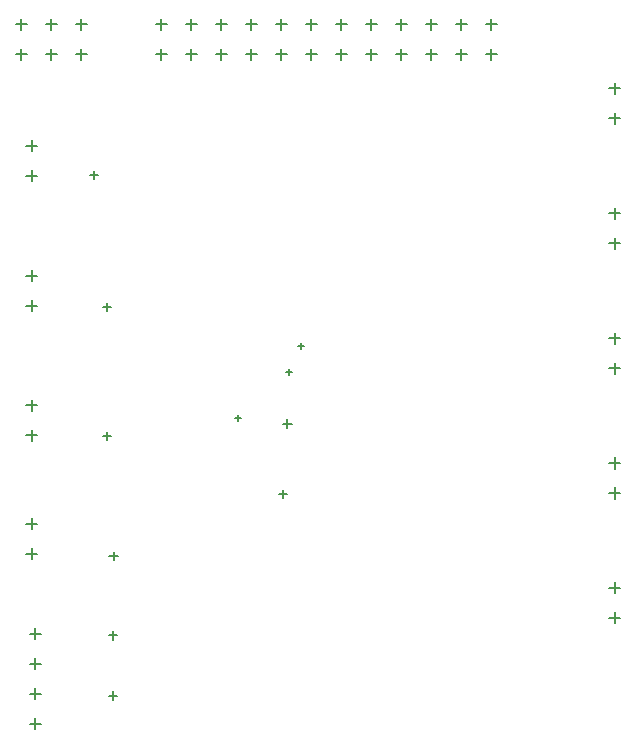
<source format=gbr>
G04 Layer_Color=128*
%FSLAX26Y26*%
%MOIN*%
%TF.FileFunction,Drillmap*%
%TF.Part,Single*%
G01*
G75*
%TA.AperFunction,NonConductor*%
%ADD64C,0.005000*%
D64*
X105315Y2501575D02*
X140748D01*
X123032Y2483858D02*
Y2519291D01*
X205315Y2501575D02*
X240748D01*
X223032Y2483858D02*
Y2519291D01*
X305315Y2501575D02*
X340748D01*
X323032Y2483858D02*
Y2519291D01*
X305315Y2401575D02*
X340748D01*
X323032Y2383858D02*
Y2419291D01*
X205315Y2401575D02*
X240748D01*
X223032Y2383858D02*
Y2419291D01*
X105315Y2401575D02*
X140748D01*
X123032Y2383858D02*
Y2419291D01*
X1571850Y2401575D02*
X1609252D01*
X1590551Y2382874D02*
Y2420276D01*
X1571850Y2501575D02*
X1609252D01*
X1590551Y2482874D02*
Y2520276D01*
X1471850Y2501575D02*
X1509252D01*
X1490551Y2482874D02*
Y2520276D01*
X1371850Y2501575D02*
X1409252D01*
X1390551Y2482874D02*
Y2520276D01*
X1271850Y2501575D02*
X1309252D01*
X1290551Y2482874D02*
Y2520276D01*
X1171850Y2501575D02*
X1209252D01*
X1190551Y2482874D02*
Y2520276D01*
X1071850Y2501575D02*
X1109252D01*
X1090551Y2482874D02*
Y2520276D01*
X971850Y2501575D02*
X1009252D01*
X990551Y2482874D02*
Y2520276D01*
X871850Y2501575D02*
X909252D01*
X890551Y2482874D02*
Y2520276D01*
X771850Y2501575D02*
X809252D01*
X790551Y2482874D02*
Y2520276D01*
X671850Y2501575D02*
X709252D01*
X690551Y2482874D02*
Y2520276D01*
X571850Y2501575D02*
X609252D01*
X590551Y2482874D02*
Y2520276D01*
X1471850Y2401575D02*
X1509252D01*
X1490551Y2382874D02*
Y2420276D01*
X1371850Y2401575D02*
X1409252D01*
X1390551Y2382874D02*
Y2420276D01*
X1271850Y2401575D02*
X1309252D01*
X1290551Y2382874D02*
Y2420276D01*
X1171850Y2401575D02*
X1209252D01*
X1190551Y2382874D02*
Y2420276D01*
X1071850Y2401575D02*
X1109252D01*
X1090551Y2382874D02*
Y2420276D01*
X971850Y2401575D02*
X1009252D01*
X990551Y2382874D02*
Y2420276D01*
X871850Y2401575D02*
X909252D01*
X890551Y2382874D02*
Y2420276D01*
X771850Y2401575D02*
X809252D01*
X790551Y2382874D02*
Y2420276D01*
X671850Y2401575D02*
X709252D01*
X690551Y2382874D02*
Y2420276D01*
X571850Y2401575D02*
X609252D01*
X590551Y2382874D02*
Y2420276D01*
X1671850Y2501575D02*
X1709252D01*
X1690551Y2482874D02*
Y2520276D01*
X1671850Y2401575D02*
X1709252D01*
X1690551Y2382874D02*
Y2420276D01*
X138780Y2097244D02*
X176181D01*
X157480Y2078543D02*
Y2115945D01*
X138780Y1997244D02*
X176181D01*
X157480Y1978543D02*
Y2015945D01*
X2082362Y1871898D02*
X2119764D01*
X2101063Y1853198D02*
Y1890599D01*
X2082362Y1771898D02*
X2119764D01*
X2101063Y1753198D02*
Y1790599D01*
X2082362Y523150D02*
X2119764D01*
X2101063Y504449D02*
Y541850D01*
X2082362Y623150D02*
X2119764D01*
X2101063Y604449D02*
Y641850D01*
X2082362Y2288148D02*
X2119764D01*
X2101063Y2269447D02*
Y2306849D01*
X2082362Y2188148D02*
X2119764D01*
X2101063Y2169447D02*
Y2206849D01*
X138780Y1664173D02*
X176181D01*
X157480Y1645472D02*
Y1682874D01*
X138780Y1564173D02*
X176181D01*
X157480Y1545472D02*
Y1582874D01*
X2082362Y1039399D02*
X2119764D01*
X2101063Y1020698D02*
Y1058100D01*
X2082362Y939399D02*
X2119764D01*
X2101063Y920698D02*
Y958100D01*
X138780Y1231102D02*
X176181D01*
X157480Y1212402D02*
Y1249803D01*
X138780Y1131102D02*
X176181D01*
X157480Y1112402D02*
Y1149803D01*
X138780Y737402D02*
X176181D01*
X157480Y718701D02*
Y756102D01*
X138780Y837402D02*
X176181D01*
X157480Y818701D02*
Y856102D01*
X2082362Y1355649D02*
X2119764D01*
X2101063Y1336948D02*
Y1374350D01*
X2082362Y1455649D02*
X2119764D01*
X2101063Y1436948D02*
Y1474350D01*
X151299Y170000D02*
X188701D01*
X170000Y151299D02*
Y188701D01*
X151299Y270000D02*
X188701D01*
X170000Y251299D02*
Y288701D01*
X151299Y370000D02*
X188701D01*
X170000Y351299D02*
Y388701D01*
X151299Y470000D02*
X188701D01*
X170000Y451299D02*
Y488701D01*
X395449Y1559055D02*
X423449D01*
X409449Y1545055D02*
Y1573055D01*
X352142Y2000000D02*
X380142D01*
X366142Y1986000D02*
Y2014000D01*
X982000Y937000D02*
X1010000D01*
X996000Y923000D02*
Y951000D01*
Y1171000D02*
X1024000D01*
X1010000Y1157000D02*
Y1185000D01*
X837158Y1189000D02*
X856842D01*
X847000Y1179158D02*
Y1198842D01*
X395449Y1129921D02*
X423449D01*
X409449Y1115921D02*
Y1143921D01*
X417103Y730315D02*
X445103D01*
X431103Y716315D02*
Y744315D01*
X415134Y464567D02*
X443134D01*
X429134Y450567D02*
Y478567D01*
X415134Y263779D02*
X443134D01*
X429134Y249780D02*
Y277779D01*
X1046158Y1429000D02*
X1065842D01*
X1056000Y1419158D02*
Y1438842D01*
X1005905Y1342520D02*
X1025591D01*
X1015748Y1332677D02*
Y1352362D01*
%TF.MD5,83514bf629c40c99d5a467635e8afd57*%
M02*

</source>
